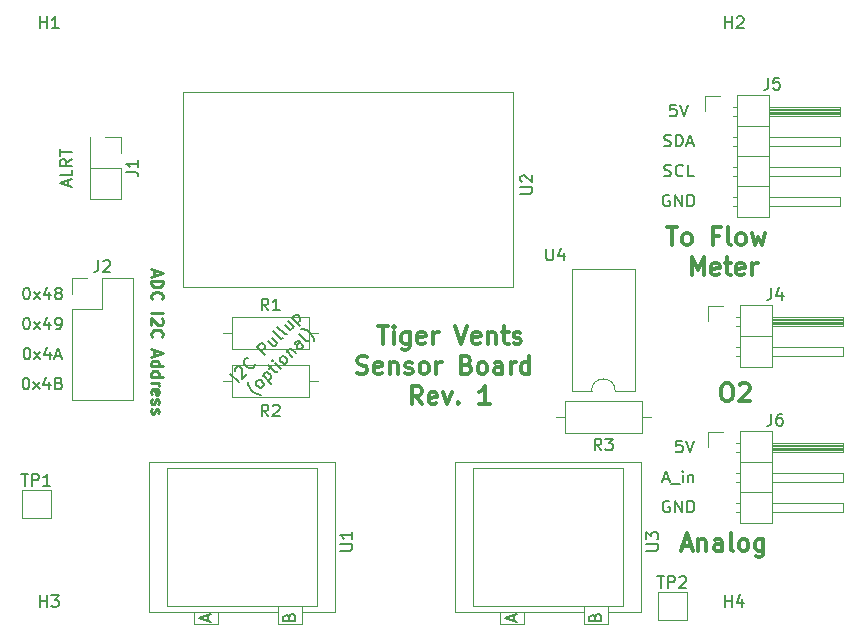
<source format=gto>
G04 #@! TF.GenerationSoftware,KiCad,Pcbnew,5.1.5+dfsg1-2~bpo10+1*
G04 #@! TF.CreationDate,2020-04-27T23:17:52+02:00*
G04 #@! TF.ProjectId,pressure-rev1,70726573-7375-4726-952d-726576312e6b,rev?*
G04 #@! TF.SameCoordinates,Original*
G04 #@! TF.FileFunction,Legend,Top*
G04 #@! TF.FilePolarity,Positive*
%FSLAX46Y46*%
G04 Gerber Fmt 4.6, Leading zero omitted, Abs format (unit mm)*
G04 Created by KiCad (PCBNEW 5.1.5+dfsg1-2~bpo10+1) date 2020-04-27 23:17:52*
%MOMM*%
%LPD*%
G04 APERTURE LIST*
%ADD10C,0.300000*%
%ADD11C,0.200000*%
%ADD12C,0.250000*%
%ADD13C,0.120000*%
%ADD14C,0.150000*%
G04 APERTURE END LIST*
D10*
X135727714Y-108708000D02*
X136442000Y-108708000D01*
X135584857Y-109136571D02*
X136084857Y-107636571D01*
X136584857Y-109136571D01*
X137084857Y-108136571D02*
X137084857Y-109136571D01*
X137084857Y-108279428D02*
X137156285Y-108208000D01*
X137299142Y-108136571D01*
X137513428Y-108136571D01*
X137656285Y-108208000D01*
X137727714Y-108350857D01*
X137727714Y-109136571D01*
X139084857Y-109136571D02*
X139084857Y-108350857D01*
X139013428Y-108208000D01*
X138870571Y-108136571D01*
X138584857Y-108136571D01*
X138442000Y-108208000D01*
X139084857Y-109065142D02*
X138942000Y-109136571D01*
X138584857Y-109136571D01*
X138442000Y-109065142D01*
X138370571Y-108922285D01*
X138370571Y-108779428D01*
X138442000Y-108636571D01*
X138584857Y-108565142D01*
X138942000Y-108565142D01*
X139084857Y-108493714D01*
X140013428Y-109136571D02*
X139870571Y-109065142D01*
X139799142Y-108922285D01*
X139799142Y-107636571D01*
X140799142Y-109136571D02*
X140656285Y-109065142D01*
X140584857Y-108993714D01*
X140513428Y-108850857D01*
X140513428Y-108422285D01*
X140584857Y-108279428D01*
X140656285Y-108208000D01*
X140799142Y-108136571D01*
X141013428Y-108136571D01*
X141156285Y-108208000D01*
X141227714Y-108279428D01*
X141299142Y-108422285D01*
X141299142Y-108850857D01*
X141227714Y-108993714D01*
X141156285Y-109065142D01*
X141013428Y-109136571D01*
X140799142Y-109136571D01*
X142584857Y-108136571D02*
X142584857Y-109350857D01*
X142513428Y-109493714D01*
X142442000Y-109565142D01*
X142299142Y-109636571D01*
X142084857Y-109636571D01*
X141942000Y-109565142D01*
X142584857Y-109065142D02*
X142442000Y-109136571D01*
X142156285Y-109136571D01*
X142013428Y-109065142D01*
X141942000Y-108993714D01*
X141870571Y-108850857D01*
X141870571Y-108422285D01*
X141942000Y-108279428D01*
X142013428Y-108208000D01*
X142156285Y-108136571D01*
X142442000Y-108136571D01*
X142584857Y-108208000D01*
D11*
X134072476Y-103036666D02*
X134548666Y-103036666D01*
X133977238Y-103322380D02*
X134310571Y-102322380D01*
X134643904Y-103322380D01*
X134739142Y-103417619D02*
X135501047Y-103417619D01*
X135739142Y-103322380D02*
X135739142Y-102655714D01*
X135739142Y-102322380D02*
X135691523Y-102370000D01*
X135739142Y-102417619D01*
X135786761Y-102370000D01*
X135739142Y-102322380D01*
X135739142Y-102417619D01*
X136215333Y-102655714D02*
X136215333Y-103322380D01*
X136215333Y-102750952D02*
X136262952Y-102703333D01*
X136358190Y-102655714D01*
X136501047Y-102655714D01*
X136596285Y-102703333D01*
X136643904Y-102798571D01*
X136643904Y-103322380D01*
X135699523Y-99782380D02*
X135223333Y-99782380D01*
X135175714Y-100258571D01*
X135223333Y-100210952D01*
X135318571Y-100163333D01*
X135556666Y-100163333D01*
X135651904Y-100210952D01*
X135699523Y-100258571D01*
X135747142Y-100353809D01*
X135747142Y-100591904D01*
X135699523Y-100687142D01*
X135651904Y-100734761D01*
X135556666Y-100782380D01*
X135318571Y-100782380D01*
X135223333Y-100734761D01*
X135175714Y-100687142D01*
X136032857Y-99782380D02*
X136366190Y-100782380D01*
X136699523Y-99782380D01*
X134620095Y-104910000D02*
X134524857Y-104862380D01*
X134382000Y-104862380D01*
X134239142Y-104910000D01*
X134143904Y-105005238D01*
X134096285Y-105100476D01*
X134048666Y-105290952D01*
X134048666Y-105433809D01*
X134096285Y-105624285D01*
X134143904Y-105719523D01*
X134239142Y-105814761D01*
X134382000Y-105862380D01*
X134477238Y-105862380D01*
X134620095Y-105814761D01*
X134667714Y-105767142D01*
X134667714Y-105433809D01*
X134477238Y-105433809D01*
X135096285Y-105862380D02*
X135096285Y-104862380D01*
X135667714Y-105862380D01*
X135667714Y-104862380D01*
X136143904Y-105862380D02*
X136143904Y-104862380D01*
X136382000Y-104862380D01*
X136524857Y-104910000D01*
X136620095Y-105005238D01*
X136667714Y-105100476D01*
X136715333Y-105290952D01*
X136715333Y-105433809D01*
X136667714Y-105624285D01*
X136620095Y-105719523D01*
X136524857Y-105814761D01*
X136382000Y-105862380D01*
X136143904Y-105862380D01*
D10*
X109935142Y-90100571D02*
X110792285Y-90100571D01*
X110363714Y-91600571D02*
X110363714Y-90100571D01*
X111292285Y-91600571D02*
X111292285Y-90600571D01*
X111292285Y-90100571D02*
X111220857Y-90172000D01*
X111292285Y-90243428D01*
X111363714Y-90172000D01*
X111292285Y-90100571D01*
X111292285Y-90243428D01*
X112649428Y-90600571D02*
X112649428Y-91814857D01*
X112578000Y-91957714D01*
X112506571Y-92029142D01*
X112363714Y-92100571D01*
X112149428Y-92100571D01*
X112006571Y-92029142D01*
X112649428Y-91529142D02*
X112506571Y-91600571D01*
X112220857Y-91600571D01*
X112078000Y-91529142D01*
X112006571Y-91457714D01*
X111935142Y-91314857D01*
X111935142Y-90886285D01*
X112006571Y-90743428D01*
X112078000Y-90672000D01*
X112220857Y-90600571D01*
X112506571Y-90600571D01*
X112649428Y-90672000D01*
X113935142Y-91529142D02*
X113792285Y-91600571D01*
X113506571Y-91600571D01*
X113363714Y-91529142D01*
X113292285Y-91386285D01*
X113292285Y-90814857D01*
X113363714Y-90672000D01*
X113506571Y-90600571D01*
X113792285Y-90600571D01*
X113935142Y-90672000D01*
X114006571Y-90814857D01*
X114006571Y-90957714D01*
X113292285Y-91100571D01*
X114649428Y-91600571D02*
X114649428Y-90600571D01*
X114649428Y-90886285D02*
X114720857Y-90743428D01*
X114792285Y-90672000D01*
X114935142Y-90600571D01*
X115078000Y-90600571D01*
X116506571Y-90100571D02*
X117006571Y-91600571D01*
X117506571Y-90100571D01*
X118578000Y-91529142D02*
X118435142Y-91600571D01*
X118149428Y-91600571D01*
X118006571Y-91529142D01*
X117935142Y-91386285D01*
X117935142Y-90814857D01*
X118006571Y-90672000D01*
X118149428Y-90600571D01*
X118435142Y-90600571D01*
X118578000Y-90672000D01*
X118649428Y-90814857D01*
X118649428Y-90957714D01*
X117935142Y-91100571D01*
X119292285Y-90600571D02*
X119292285Y-91600571D01*
X119292285Y-90743428D02*
X119363714Y-90672000D01*
X119506571Y-90600571D01*
X119720857Y-90600571D01*
X119863714Y-90672000D01*
X119935142Y-90814857D01*
X119935142Y-91600571D01*
X120435142Y-90600571D02*
X121006571Y-90600571D01*
X120649428Y-90100571D02*
X120649428Y-91386285D01*
X120720857Y-91529142D01*
X120863714Y-91600571D01*
X121006571Y-91600571D01*
X121435142Y-91529142D02*
X121578000Y-91600571D01*
X121863714Y-91600571D01*
X122006571Y-91529142D01*
X122078000Y-91386285D01*
X122078000Y-91314857D01*
X122006571Y-91172000D01*
X121863714Y-91100571D01*
X121649428Y-91100571D01*
X121506571Y-91029142D01*
X121435142Y-90886285D01*
X121435142Y-90814857D01*
X121506571Y-90672000D01*
X121649428Y-90600571D01*
X121863714Y-90600571D01*
X122006571Y-90672000D01*
X108185142Y-94079142D02*
X108399428Y-94150571D01*
X108756571Y-94150571D01*
X108899428Y-94079142D01*
X108970857Y-94007714D01*
X109042285Y-93864857D01*
X109042285Y-93722000D01*
X108970857Y-93579142D01*
X108899428Y-93507714D01*
X108756571Y-93436285D01*
X108470857Y-93364857D01*
X108328000Y-93293428D01*
X108256571Y-93222000D01*
X108185142Y-93079142D01*
X108185142Y-92936285D01*
X108256571Y-92793428D01*
X108328000Y-92722000D01*
X108470857Y-92650571D01*
X108828000Y-92650571D01*
X109042285Y-92722000D01*
X110256571Y-94079142D02*
X110113714Y-94150571D01*
X109828000Y-94150571D01*
X109685142Y-94079142D01*
X109613714Y-93936285D01*
X109613714Y-93364857D01*
X109685142Y-93222000D01*
X109828000Y-93150571D01*
X110113714Y-93150571D01*
X110256571Y-93222000D01*
X110328000Y-93364857D01*
X110328000Y-93507714D01*
X109613714Y-93650571D01*
X110970857Y-93150571D02*
X110970857Y-94150571D01*
X110970857Y-93293428D02*
X111042285Y-93222000D01*
X111185142Y-93150571D01*
X111399428Y-93150571D01*
X111542285Y-93222000D01*
X111613714Y-93364857D01*
X111613714Y-94150571D01*
X112256571Y-94079142D02*
X112399428Y-94150571D01*
X112685142Y-94150571D01*
X112828000Y-94079142D01*
X112899428Y-93936285D01*
X112899428Y-93864857D01*
X112828000Y-93722000D01*
X112685142Y-93650571D01*
X112470857Y-93650571D01*
X112328000Y-93579142D01*
X112256571Y-93436285D01*
X112256571Y-93364857D01*
X112328000Y-93222000D01*
X112470857Y-93150571D01*
X112685142Y-93150571D01*
X112828000Y-93222000D01*
X113756571Y-94150571D02*
X113613714Y-94079142D01*
X113542285Y-94007714D01*
X113470857Y-93864857D01*
X113470857Y-93436285D01*
X113542285Y-93293428D01*
X113613714Y-93222000D01*
X113756571Y-93150571D01*
X113970857Y-93150571D01*
X114113714Y-93222000D01*
X114185142Y-93293428D01*
X114256571Y-93436285D01*
X114256571Y-93864857D01*
X114185142Y-94007714D01*
X114113714Y-94079142D01*
X113970857Y-94150571D01*
X113756571Y-94150571D01*
X114899428Y-94150571D02*
X114899428Y-93150571D01*
X114899428Y-93436285D02*
X114970857Y-93293428D01*
X115042285Y-93222000D01*
X115185142Y-93150571D01*
X115328000Y-93150571D01*
X117470857Y-93364857D02*
X117685142Y-93436285D01*
X117756571Y-93507714D01*
X117828000Y-93650571D01*
X117828000Y-93864857D01*
X117756571Y-94007714D01*
X117685142Y-94079142D01*
X117542285Y-94150571D01*
X116970857Y-94150571D01*
X116970857Y-92650571D01*
X117470857Y-92650571D01*
X117613714Y-92722000D01*
X117685142Y-92793428D01*
X117756571Y-92936285D01*
X117756571Y-93079142D01*
X117685142Y-93222000D01*
X117613714Y-93293428D01*
X117470857Y-93364857D01*
X116970857Y-93364857D01*
X118685142Y-94150571D02*
X118542285Y-94079142D01*
X118470857Y-94007714D01*
X118399428Y-93864857D01*
X118399428Y-93436285D01*
X118470857Y-93293428D01*
X118542285Y-93222000D01*
X118685142Y-93150571D01*
X118899428Y-93150571D01*
X119042285Y-93222000D01*
X119113714Y-93293428D01*
X119185142Y-93436285D01*
X119185142Y-93864857D01*
X119113714Y-94007714D01*
X119042285Y-94079142D01*
X118899428Y-94150571D01*
X118685142Y-94150571D01*
X120470857Y-94150571D02*
X120470857Y-93364857D01*
X120399428Y-93222000D01*
X120256571Y-93150571D01*
X119970857Y-93150571D01*
X119828000Y-93222000D01*
X120470857Y-94079142D02*
X120328000Y-94150571D01*
X119970857Y-94150571D01*
X119828000Y-94079142D01*
X119756571Y-93936285D01*
X119756571Y-93793428D01*
X119828000Y-93650571D01*
X119970857Y-93579142D01*
X120328000Y-93579142D01*
X120470857Y-93507714D01*
X121185142Y-94150571D02*
X121185142Y-93150571D01*
X121185142Y-93436285D02*
X121256571Y-93293428D01*
X121328000Y-93222000D01*
X121470857Y-93150571D01*
X121613714Y-93150571D01*
X122756571Y-94150571D02*
X122756571Y-92650571D01*
X122756571Y-94079142D02*
X122613714Y-94150571D01*
X122328000Y-94150571D01*
X122185142Y-94079142D01*
X122113714Y-94007714D01*
X122042285Y-93864857D01*
X122042285Y-93436285D01*
X122113714Y-93293428D01*
X122185142Y-93222000D01*
X122328000Y-93150571D01*
X122613714Y-93150571D01*
X122756571Y-93222000D01*
X113685142Y-96700571D02*
X113185142Y-95986285D01*
X112828000Y-96700571D02*
X112828000Y-95200571D01*
X113399428Y-95200571D01*
X113542285Y-95272000D01*
X113613714Y-95343428D01*
X113685142Y-95486285D01*
X113685142Y-95700571D01*
X113613714Y-95843428D01*
X113542285Y-95914857D01*
X113399428Y-95986285D01*
X112828000Y-95986285D01*
X114899428Y-96629142D02*
X114756571Y-96700571D01*
X114470857Y-96700571D01*
X114328000Y-96629142D01*
X114256571Y-96486285D01*
X114256571Y-95914857D01*
X114328000Y-95772000D01*
X114470857Y-95700571D01*
X114756571Y-95700571D01*
X114899428Y-95772000D01*
X114970857Y-95914857D01*
X114970857Y-96057714D01*
X114256571Y-96200571D01*
X115470857Y-95700571D02*
X115828000Y-96700571D01*
X116185142Y-95700571D01*
X116756571Y-96557714D02*
X116828000Y-96629142D01*
X116756571Y-96700571D01*
X116685142Y-96629142D01*
X116756571Y-96557714D01*
X116756571Y-96700571D01*
X119399428Y-96700571D02*
X118542285Y-96700571D01*
X118970857Y-96700571D02*
X118970857Y-95200571D01*
X118828000Y-95414857D01*
X118685142Y-95557714D01*
X118542285Y-95629142D01*
X139350857Y-94936571D02*
X139636571Y-94936571D01*
X139779428Y-95008000D01*
X139922285Y-95150857D01*
X139993714Y-95436571D01*
X139993714Y-95936571D01*
X139922285Y-96222285D01*
X139779428Y-96365142D01*
X139636571Y-96436571D01*
X139350857Y-96436571D01*
X139208000Y-96365142D01*
X139065142Y-96222285D01*
X138993714Y-95936571D01*
X138993714Y-95436571D01*
X139065142Y-95150857D01*
X139208000Y-95008000D01*
X139350857Y-94936571D01*
X140565142Y-95079428D02*
X140636571Y-95008000D01*
X140779428Y-94936571D01*
X141136571Y-94936571D01*
X141279428Y-95008000D01*
X141350857Y-95079428D01*
X141422285Y-95222285D01*
X141422285Y-95365142D01*
X141350857Y-95579428D01*
X140493714Y-96436571D01*
X141422285Y-96436571D01*
D11*
X98167608Y-94818073D02*
X97460501Y-94110966D01*
X97830890Y-93875264D02*
X97830890Y-93807920D01*
X97864562Y-93706905D01*
X98032921Y-93538546D01*
X98133936Y-93504874D01*
X98201279Y-93504874D01*
X98302295Y-93538546D01*
X98369638Y-93605890D01*
X98436982Y-93740577D01*
X98436982Y-94548699D01*
X98874714Y-94110966D01*
X99514478Y-93336516D02*
X99514478Y-93403859D01*
X99447134Y-93538546D01*
X99379791Y-93605890D01*
X99245104Y-93673233D01*
X99110417Y-93673233D01*
X99009401Y-93639561D01*
X98841043Y-93538546D01*
X98740027Y-93437531D01*
X98639012Y-93269172D01*
X98605340Y-93168157D01*
X98605340Y-93033470D01*
X98672684Y-92898783D01*
X98740027Y-92831439D01*
X98874714Y-92764096D01*
X98942058Y-92764096D01*
X100423615Y-92562065D02*
X99716508Y-91854959D01*
X99985882Y-91585584D01*
X100086897Y-91551913D01*
X100154241Y-91551913D01*
X100255256Y-91585584D01*
X100356271Y-91686600D01*
X100389943Y-91787615D01*
X100389943Y-91854959D01*
X100356271Y-91955974D01*
X100086897Y-92225348D01*
X100962363Y-91080508D02*
X101433768Y-91551913D01*
X100659317Y-91383554D02*
X101029707Y-91753943D01*
X101130722Y-91787615D01*
X101231737Y-91753943D01*
X101332752Y-91652928D01*
X101366424Y-91551913D01*
X101366424Y-91484569D01*
X101871500Y-91114180D02*
X101770485Y-91147852D01*
X101669470Y-91114180D01*
X101063378Y-90508088D01*
X102241890Y-90743791D02*
X102140874Y-90777462D01*
X102039859Y-90743791D01*
X101433768Y-90137699D01*
X102342905Y-89699966D02*
X102814309Y-90171371D01*
X102039859Y-90003012D02*
X102410248Y-90373401D01*
X102511264Y-90407073D01*
X102612279Y-90373401D01*
X102713294Y-90272386D01*
X102746966Y-90171371D01*
X102746966Y-90104027D01*
X102679622Y-89363249D02*
X103386729Y-90070356D01*
X102713294Y-89396921D02*
X102746966Y-89295905D01*
X102881653Y-89161218D01*
X102982668Y-89127547D01*
X103050012Y-89127547D01*
X103151027Y-89161218D01*
X103353057Y-89363249D01*
X103386729Y-89464264D01*
X103386729Y-89531608D01*
X103353057Y-89632623D01*
X103218370Y-89767310D01*
X103117355Y-89800982D01*
X100026289Y-95902304D02*
X99958945Y-95902304D01*
X99790587Y-95868632D01*
X99689571Y-95834960D01*
X99554884Y-95767616D01*
X99352854Y-95632929D01*
X99218167Y-95498242D01*
X99083480Y-95296212D01*
X99016136Y-95161525D01*
X98982465Y-95060510D01*
X98948793Y-94892151D01*
X98948793Y-94824807D01*
X100127304Y-95262540D02*
X100026289Y-95296212D01*
X99958945Y-95296212D01*
X99857930Y-95262540D01*
X99655900Y-95060510D01*
X99622228Y-94959494D01*
X99622228Y-94892151D01*
X99655900Y-94791136D01*
X99756915Y-94690120D01*
X99857930Y-94656449D01*
X99925274Y-94656449D01*
X100026289Y-94690120D01*
X100228319Y-94892151D01*
X100261991Y-94993166D01*
X100261991Y-95060510D01*
X100228319Y-95161525D01*
X100127304Y-95262540D01*
X100194648Y-94252388D02*
X100901754Y-94959494D01*
X100228319Y-94286059D02*
X100261991Y-94185044D01*
X100396678Y-94050357D01*
X100497693Y-94016685D01*
X100565037Y-94016685D01*
X100666052Y-94050357D01*
X100868083Y-94252388D01*
X100901754Y-94353403D01*
X100901754Y-94420746D01*
X100868083Y-94521762D01*
X100733396Y-94656449D01*
X100632380Y-94690120D01*
X100733396Y-93713640D02*
X101002770Y-93444266D01*
X100598709Y-93376922D02*
X101204800Y-93983014D01*
X101305815Y-94016685D01*
X101406831Y-93983014D01*
X101474174Y-93915670D01*
X101709876Y-93679968D02*
X101238472Y-93208563D01*
X101002770Y-92972861D02*
X101002770Y-93040205D01*
X101070113Y-93040205D01*
X101070113Y-92972861D01*
X101002770Y-92972861D01*
X101070113Y-93040205D01*
X102147609Y-93242235D02*
X102046594Y-93275907D01*
X101979250Y-93275907D01*
X101878235Y-93242235D01*
X101676205Y-93040205D01*
X101642533Y-92939189D01*
X101642533Y-92871846D01*
X101676205Y-92770831D01*
X101777220Y-92669815D01*
X101878235Y-92636144D01*
X101945579Y-92636144D01*
X102046594Y-92669815D01*
X102248624Y-92871846D01*
X102282296Y-92972861D01*
X102282296Y-93040205D01*
X102248624Y-93141220D01*
X102147609Y-93242235D01*
X102214953Y-92232083D02*
X102686357Y-92703487D01*
X102282296Y-92299426D02*
X102282296Y-92232083D01*
X102315968Y-92131067D01*
X102416983Y-92030052D01*
X102517998Y-91996380D01*
X102619014Y-92030052D01*
X102989403Y-92400441D01*
X103629166Y-91760678D02*
X103258777Y-91390289D01*
X103157762Y-91356617D01*
X103056746Y-91390289D01*
X102922059Y-91524976D01*
X102888388Y-91625991D01*
X103595494Y-91727006D02*
X103561823Y-91828022D01*
X103393464Y-91996380D01*
X103292449Y-92030052D01*
X103191433Y-91996380D01*
X103124090Y-91929037D01*
X103090418Y-91828022D01*
X103124090Y-91727006D01*
X103292449Y-91558648D01*
X103326120Y-91457632D01*
X104066899Y-91322945D02*
X103965884Y-91356617D01*
X103864868Y-91322945D01*
X103258777Y-90716854D01*
X104538304Y-91390289D02*
X104538304Y-91322945D01*
X104504632Y-91154587D01*
X104470960Y-91053571D01*
X104403616Y-90918884D01*
X104268929Y-90716854D01*
X104134242Y-90582167D01*
X103932212Y-90447480D01*
X103797525Y-90380136D01*
X103696510Y-90346465D01*
X103528151Y-90312793D01*
X103460807Y-90312793D01*
X83732666Y-78231809D02*
X83732666Y-77755619D01*
X84018380Y-78327047D02*
X83018380Y-77993714D01*
X84018380Y-77660380D01*
X84018380Y-76850857D02*
X84018380Y-77327047D01*
X83018380Y-77327047D01*
X84018380Y-75946095D02*
X83542190Y-76279428D01*
X84018380Y-76517523D02*
X83018380Y-76517523D01*
X83018380Y-76136571D01*
X83066000Y-76041333D01*
X83113619Y-75993714D01*
X83208857Y-75946095D01*
X83351714Y-75946095D01*
X83446952Y-75993714D01*
X83494571Y-76041333D01*
X83542190Y-76136571D01*
X83542190Y-76517523D01*
X83018380Y-75660380D02*
X83018380Y-75088952D01*
X84018380Y-75374666D02*
X83018380Y-75374666D01*
D12*
X91019333Y-85344761D02*
X91019333Y-85820952D01*
X90733619Y-85249523D02*
X91733619Y-85582857D01*
X90733619Y-85916190D01*
X90733619Y-86249523D02*
X91733619Y-86249523D01*
X91733619Y-86487619D01*
X91686000Y-86630476D01*
X91590761Y-86725714D01*
X91495523Y-86773333D01*
X91305047Y-86820952D01*
X91162190Y-86820952D01*
X90971714Y-86773333D01*
X90876476Y-86725714D01*
X90781238Y-86630476D01*
X90733619Y-86487619D01*
X90733619Y-86249523D01*
X90828857Y-87820952D02*
X90781238Y-87773333D01*
X90733619Y-87630476D01*
X90733619Y-87535238D01*
X90781238Y-87392380D01*
X90876476Y-87297142D01*
X90971714Y-87249523D01*
X91162190Y-87201904D01*
X91305047Y-87201904D01*
X91495523Y-87249523D01*
X91590761Y-87297142D01*
X91686000Y-87392380D01*
X91733619Y-87535238D01*
X91733619Y-87630476D01*
X91686000Y-87773333D01*
X91638380Y-87820952D01*
X90733619Y-89011428D02*
X91733619Y-89011428D01*
X91638380Y-89440000D02*
X91686000Y-89487619D01*
X91733619Y-89582857D01*
X91733619Y-89820952D01*
X91686000Y-89916190D01*
X91638380Y-89963809D01*
X91543142Y-90011428D01*
X91447904Y-90011428D01*
X91305047Y-89963809D01*
X90733619Y-89392380D01*
X90733619Y-90011428D01*
X90828857Y-91011428D02*
X90781238Y-90963809D01*
X90733619Y-90820952D01*
X90733619Y-90725714D01*
X90781238Y-90582857D01*
X90876476Y-90487619D01*
X90971714Y-90440000D01*
X91162190Y-90392380D01*
X91305047Y-90392380D01*
X91495523Y-90440000D01*
X91590761Y-90487619D01*
X91686000Y-90582857D01*
X91733619Y-90725714D01*
X91733619Y-90820952D01*
X91686000Y-90963809D01*
X91638380Y-91011428D01*
X91019333Y-92154285D02*
X91019333Y-92630476D01*
X90733619Y-92059047D02*
X91733619Y-92392380D01*
X90733619Y-92725714D01*
X90733619Y-93487619D02*
X91733619Y-93487619D01*
X90781238Y-93487619D02*
X90733619Y-93392380D01*
X90733619Y-93201904D01*
X90781238Y-93106666D01*
X90828857Y-93059047D01*
X90924095Y-93011428D01*
X91209809Y-93011428D01*
X91305047Y-93059047D01*
X91352666Y-93106666D01*
X91400285Y-93201904D01*
X91400285Y-93392380D01*
X91352666Y-93487619D01*
X90733619Y-94392380D02*
X91733619Y-94392380D01*
X90781238Y-94392380D02*
X90733619Y-94297142D01*
X90733619Y-94106666D01*
X90781238Y-94011428D01*
X90828857Y-93963809D01*
X90924095Y-93916190D01*
X91209809Y-93916190D01*
X91305047Y-93963809D01*
X91352666Y-94011428D01*
X91400285Y-94106666D01*
X91400285Y-94297142D01*
X91352666Y-94392380D01*
X90733619Y-94868571D02*
X91400285Y-94868571D01*
X91209809Y-94868571D02*
X91305047Y-94916190D01*
X91352666Y-94963809D01*
X91400285Y-95059047D01*
X91400285Y-95154285D01*
X90781238Y-95868571D02*
X90733619Y-95773333D01*
X90733619Y-95582857D01*
X90781238Y-95487619D01*
X90876476Y-95440000D01*
X91257428Y-95440000D01*
X91352666Y-95487619D01*
X91400285Y-95582857D01*
X91400285Y-95773333D01*
X91352666Y-95868571D01*
X91257428Y-95916190D01*
X91162190Y-95916190D01*
X91066952Y-95440000D01*
X90781238Y-96297142D02*
X90733619Y-96392380D01*
X90733619Y-96582857D01*
X90781238Y-96678095D01*
X90876476Y-96725714D01*
X90924095Y-96725714D01*
X91019333Y-96678095D01*
X91066952Y-96582857D01*
X91066952Y-96440000D01*
X91114571Y-96344761D01*
X91209809Y-96297142D01*
X91257428Y-96297142D01*
X91352666Y-96344761D01*
X91400285Y-96440000D01*
X91400285Y-96582857D01*
X91352666Y-96678095D01*
X90781238Y-97106666D02*
X90733619Y-97201904D01*
X90733619Y-97392380D01*
X90781238Y-97487619D01*
X90876476Y-97535238D01*
X90924095Y-97535238D01*
X91019333Y-97487619D01*
X91066952Y-97392380D01*
X91066952Y-97249523D01*
X91114571Y-97154285D01*
X91209809Y-97106666D01*
X91257428Y-97106666D01*
X91352666Y-97154285D01*
X91400285Y-97249523D01*
X91400285Y-97392380D01*
X91352666Y-97487619D01*
D11*
X80176857Y-91908380D02*
X80272095Y-91908380D01*
X80367333Y-91956000D01*
X80414952Y-92003619D01*
X80462571Y-92098857D01*
X80510190Y-92289333D01*
X80510190Y-92527428D01*
X80462571Y-92717904D01*
X80414952Y-92813142D01*
X80367333Y-92860761D01*
X80272095Y-92908380D01*
X80176857Y-92908380D01*
X80081619Y-92860761D01*
X80034000Y-92813142D01*
X79986380Y-92717904D01*
X79938761Y-92527428D01*
X79938761Y-92289333D01*
X79986380Y-92098857D01*
X80034000Y-92003619D01*
X80081619Y-91956000D01*
X80176857Y-91908380D01*
X80843523Y-92908380D02*
X81367333Y-92241714D01*
X80843523Y-92241714D02*
X81367333Y-92908380D01*
X82176857Y-92241714D02*
X82176857Y-92908380D01*
X81938761Y-91860761D02*
X81700666Y-92575047D01*
X82319714Y-92575047D01*
X82653047Y-92622666D02*
X83129238Y-92622666D01*
X82557809Y-92908380D02*
X82891142Y-91908380D01*
X83224476Y-92908380D01*
X80105428Y-94448380D02*
X80200666Y-94448380D01*
X80295904Y-94496000D01*
X80343523Y-94543619D01*
X80391142Y-94638857D01*
X80438761Y-94829333D01*
X80438761Y-95067428D01*
X80391142Y-95257904D01*
X80343523Y-95353142D01*
X80295904Y-95400761D01*
X80200666Y-95448380D01*
X80105428Y-95448380D01*
X80010190Y-95400761D01*
X79962571Y-95353142D01*
X79914952Y-95257904D01*
X79867333Y-95067428D01*
X79867333Y-94829333D01*
X79914952Y-94638857D01*
X79962571Y-94543619D01*
X80010190Y-94496000D01*
X80105428Y-94448380D01*
X80772095Y-95448380D02*
X81295904Y-94781714D01*
X80772095Y-94781714D02*
X81295904Y-95448380D01*
X82105428Y-94781714D02*
X82105428Y-95448380D01*
X81867333Y-94400761D02*
X81629238Y-95115047D01*
X82248285Y-95115047D01*
X82962571Y-94924571D02*
X83105428Y-94972190D01*
X83153047Y-95019809D01*
X83200666Y-95115047D01*
X83200666Y-95257904D01*
X83153047Y-95353142D01*
X83105428Y-95400761D01*
X83010190Y-95448380D01*
X82629238Y-95448380D01*
X82629238Y-94448380D01*
X82962571Y-94448380D01*
X83057809Y-94496000D01*
X83105428Y-94543619D01*
X83153047Y-94638857D01*
X83153047Y-94734095D01*
X83105428Y-94829333D01*
X83057809Y-94876952D01*
X82962571Y-94924571D01*
X82629238Y-94924571D01*
X80129238Y-89368380D02*
X80224476Y-89368380D01*
X80319714Y-89416000D01*
X80367333Y-89463619D01*
X80414952Y-89558857D01*
X80462571Y-89749333D01*
X80462571Y-89987428D01*
X80414952Y-90177904D01*
X80367333Y-90273142D01*
X80319714Y-90320761D01*
X80224476Y-90368380D01*
X80129238Y-90368380D01*
X80034000Y-90320761D01*
X79986380Y-90273142D01*
X79938761Y-90177904D01*
X79891142Y-89987428D01*
X79891142Y-89749333D01*
X79938761Y-89558857D01*
X79986380Y-89463619D01*
X80034000Y-89416000D01*
X80129238Y-89368380D01*
X80795904Y-90368380D02*
X81319714Y-89701714D01*
X80795904Y-89701714D02*
X81319714Y-90368380D01*
X82129238Y-89701714D02*
X82129238Y-90368380D01*
X81891142Y-89320761D02*
X81653047Y-90035047D01*
X82272095Y-90035047D01*
X82700666Y-90368380D02*
X82891142Y-90368380D01*
X82986380Y-90320761D01*
X83034000Y-90273142D01*
X83129238Y-90130285D01*
X83176857Y-89939809D01*
X83176857Y-89558857D01*
X83129238Y-89463619D01*
X83081619Y-89416000D01*
X82986380Y-89368380D01*
X82795904Y-89368380D01*
X82700666Y-89416000D01*
X82653047Y-89463619D01*
X82605428Y-89558857D01*
X82605428Y-89796952D01*
X82653047Y-89892190D01*
X82700666Y-89939809D01*
X82795904Y-89987428D01*
X82986380Y-89987428D01*
X83081619Y-89939809D01*
X83129238Y-89892190D01*
X83176857Y-89796952D01*
X80129238Y-86828380D02*
X80224476Y-86828380D01*
X80319714Y-86876000D01*
X80367333Y-86923619D01*
X80414952Y-87018857D01*
X80462571Y-87209333D01*
X80462571Y-87447428D01*
X80414952Y-87637904D01*
X80367333Y-87733142D01*
X80319714Y-87780761D01*
X80224476Y-87828380D01*
X80129238Y-87828380D01*
X80034000Y-87780761D01*
X79986380Y-87733142D01*
X79938761Y-87637904D01*
X79891142Y-87447428D01*
X79891142Y-87209333D01*
X79938761Y-87018857D01*
X79986380Y-86923619D01*
X80034000Y-86876000D01*
X80129238Y-86828380D01*
X80795904Y-87828380D02*
X81319714Y-87161714D01*
X80795904Y-87161714D02*
X81319714Y-87828380D01*
X82129238Y-87161714D02*
X82129238Y-87828380D01*
X81891142Y-86780761D02*
X81653047Y-87495047D01*
X82272095Y-87495047D01*
X82795904Y-87256952D02*
X82700666Y-87209333D01*
X82653047Y-87161714D01*
X82605428Y-87066476D01*
X82605428Y-87018857D01*
X82653047Y-86923619D01*
X82700666Y-86876000D01*
X82795904Y-86828380D01*
X82986380Y-86828380D01*
X83081619Y-86876000D01*
X83129238Y-86923619D01*
X83176857Y-87018857D01*
X83176857Y-87066476D01*
X83129238Y-87161714D01*
X83081619Y-87209333D01*
X82986380Y-87256952D01*
X82795904Y-87256952D01*
X82700666Y-87304571D01*
X82653047Y-87352190D01*
X82605428Y-87447428D01*
X82605428Y-87637904D01*
X82653047Y-87733142D01*
X82700666Y-87780761D01*
X82795904Y-87828380D01*
X82986380Y-87828380D01*
X83081619Y-87780761D01*
X83129238Y-87733142D01*
X83176857Y-87637904D01*
X83176857Y-87447428D01*
X83129238Y-87352190D01*
X83081619Y-87304571D01*
X82986380Y-87256952D01*
X134620095Y-79002000D02*
X134524857Y-78954380D01*
X134382000Y-78954380D01*
X134239142Y-79002000D01*
X134143904Y-79097238D01*
X134096285Y-79192476D01*
X134048666Y-79382952D01*
X134048666Y-79525809D01*
X134096285Y-79716285D01*
X134143904Y-79811523D01*
X134239142Y-79906761D01*
X134382000Y-79954380D01*
X134477238Y-79954380D01*
X134620095Y-79906761D01*
X134667714Y-79859142D01*
X134667714Y-79525809D01*
X134477238Y-79525809D01*
X135096285Y-79954380D02*
X135096285Y-78954380D01*
X135667714Y-79954380D01*
X135667714Y-78954380D01*
X136143904Y-79954380D02*
X136143904Y-78954380D01*
X136382000Y-78954380D01*
X136524857Y-79002000D01*
X136620095Y-79097238D01*
X136667714Y-79192476D01*
X136715333Y-79382952D01*
X136715333Y-79525809D01*
X136667714Y-79716285D01*
X136620095Y-79811523D01*
X136524857Y-79906761D01*
X136382000Y-79954380D01*
X136143904Y-79954380D01*
X134191523Y-77366761D02*
X134334380Y-77414380D01*
X134572476Y-77414380D01*
X134667714Y-77366761D01*
X134715333Y-77319142D01*
X134762952Y-77223904D01*
X134762952Y-77128666D01*
X134715333Y-77033428D01*
X134667714Y-76985809D01*
X134572476Y-76938190D01*
X134382000Y-76890571D01*
X134286761Y-76842952D01*
X134239142Y-76795333D01*
X134191523Y-76700095D01*
X134191523Y-76604857D01*
X134239142Y-76509619D01*
X134286761Y-76462000D01*
X134382000Y-76414380D01*
X134620095Y-76414380D01*
X134762952Y-76462000D01*
X135762952Y-77319142D02*
X135715333Y-77366761D01*
X135572476Y-77414380D01*
X135477238Y-77414380D01*
X135334380Y-77366761D01*
X135239142Y-77271523D01*
X135191523Y-77176285D01*
X135143904Y-76985809D01*
X135143904Y-76842952D01*
X135191523Y-76652476D01*
X135239142Y-76557238D01*
X135334380Y-76462000D01*
X135477238Y-76414380D01*
X135572476Y-76414380D01*
X135715333Y-76462000D01*
X135762952Y-76509619D01*
X136667714Y-77414380D02*
X136191523Y-77414380D01*
X136191523Y-76414380D01*
X134167714Y-74826761D02*
X134310571Y-74874380D01*
X134548666Y-74874380D01*
X134643904Y-74826761D01*
X134691523Y-74779142D01*
X134739142Y-74683904D01*
X134739142Y-74588666D01*
X134691523Y-74493428D01*
X134643904Y-74445809D01*
X134548666Y-74398190D01*
X134358190Y-74350571D01*
X134262952Y-74302952D01*
X134215333Y-74255333D01*
X134167714Y-74160095D01*
X134167714Y-74064857D01*
X134215333Y-73969619D01*
X134262952Y-73922000D01*
X134358190Y-73874380D01*
X134596285Y-73874380D01*
X134739142Y-73922000D01*
X135167714Y-74874380D02*
X135167714Y-73874380D01*
X135405809Y-73874380D01*
X135548666Y-73922000D01*
X135643904Y-74017238D01*
X135691523Y-74112476D01*
X135739142Y-74302952D01*
X135739142Y-74445809D01*
X135691523Y-74636285D01*
X135643904Y-74731523D01*
X135548666Y-74826761D01*
X135405809Y-74874380D01*
X135167714Y-74874380D01*
X136120095Y-74588666D02*
X136596285Y-74588666D01*
X136024857Y-74874380D02*
X136358190Y-73874380D01*
X136691523Y-74874380D01*
X135191523Y-71334380D02*
X134715333Y-71334380D01*
X134667714Y-71810571D01*
X134715333Y-71762952D01*
X134810571Y-71715333D01*
X135048666Y-71715333D01*
X135143904Y-71762952D01*
X135191523Y-71810571D01*
X135239142Y-71905809D01*
X135239142Y-72143904D01*
X135191523Y-72239142D01*
X135143904Y-72286761D01*
X135048666Y-72334380D01*
X134810571Y-72334380D01*
X134715333Y-72286761D01*
X134667714Y-72239142D01*
X135524857Y-71334380D02*
X135858190Y-72334380D01*
X136191523Y-71334380D01*
D10*
X134442000Y-81723571D02*
X135299142Y-81723571D01*
X134870571Y-83223571D02*
X134870571Y-81723571D01*
X136013428Y-83223571D02*
X135870571Y-83152142D01*
X135799142Y-83080714D01*
X135727714Y-82937857D01*
X135727714Y-82509285D01*
X135799142Y-82366428D01*
X135870571Y-82295000D01*
X136013428Y-82223571D01*
X136227714Y-82223571D01*
X136370571Y-82295000D01*
X136442000Y-82366428D01*
X136513428Y-82509285D01*
X136513428Y-82937857D01*
X136442000Y-83080714D01*
X136370571Y-83152142D01*
X136227714Y-83223571D01*
X136013428Y-83223571D01*
X138799142Y-82437857D02*
X138299142Y-82437857D01*
X138299142Y-83223571D02*
X138299142Y-81723571D01*
X139013428Y-81723571D01*
X139799142Y-83223571D02*
X139656285Y-83152142D01*
X139584857Y-83009285D01*
X139584857Y-81723571D01*
X140584857Y-83223571D02*
X140442000Y-83152142D01*
X140370571Y-83080714D01*
X140299142Y-82937857D01*
X140299142Y-82509285D01*
X140370571Y-82366428D01*
X140442000Y-82295000D01*
X140584857Y-82223571D01*
X140799142Y-82223571D01*
X140942000Y-82295000D01*
X141013428Y-82366428D01*
X141084857Y-82509285D01*
X141084857Y-82937857D01*
X141013428Y-83080714D01*
X140942000Y-83152142D01*
X140799142Y-83223571D01*
X140584857Y-83223571D01*
X141584857Y-82223571D02*
X141870571Y-83223571D01*
X142156285Y-82509285D01*
X142442000Y-83223571D01*
X142727714Y-82223571D01*
X136513428Y-85773571D02*
X136513428Y-84273571D01*
X137013428Y-85345000D01*
X137513428Y-84273571D01*
X137513428Y-85773571D01*
X138799142Y-85702142D02*
X138656285Y-85773571D01*
X138370571Y-85773571D01*
X138227714Y-85702142D01*
X138156285Y-85559285D01*
X138156285Y-84987857D01*
X138227714Y-84845000D01*
X138370571Y-84773571D01*
X138656285Y-84773571D01*
X138799142Y-84845000D01*
X138870571Y-84987857D01*
X138870571Y-85130714D01*
X138156285Y-85273571D01*
X139299142Y-84773571D02*
X139870571Y-84773571D01*
X139513428Y-84273571D02*
X139513428Y-85559285D01*
X139584857Y-85702142D01*
X139727714Y-85773571D01*
X139870571Y-85773571D01*
X140942000Y-85702142D02*
X140799142Y-85773571D01*
X140513428Y-85773571D01*
X140370571Y-85702142D01*
X140299142Y-85559285D01*
X140299142Y-84987857D01*
X140370571Y-84845000D01*
X140513428Y-84773571D01*
X140799142Y-84773571D01*
X140942000Y-84845000D01*
X141013428Y-84987857D01*
X141013428Y-85130714D01*
X140299142Y-85273571D01*
X141656285Y-85773571D02*
X141656285Y-84773571D01*
X141656285Y-85059285D02*
X141727714Y-84916428D01*
X141799142Y-84845000D01*
X141942000Y-84773571D01*
X142084857Y-84773571D01*
D13*
X93472000Y-84836000D02*
X93472000Y-70231000D01*
X93472000Y-70231000D02*
X121412000Y-70231000D01*
X121412000Y-70231000D02*
X121412000Y-86741000D01*
X121412000Y-86741000D02*
X93472000Y-86741000D01*
X93472000Y-86741000D02*
X93472000Y-84836000D01*
X85538000Y-74108000D02*
X85538000Y-79308000D01*
X85598000Y-74108000D02*
X85538000Y-74108000D01*
X88198000Y-79308000D02*
X85538000Y-79308000D01*
X85598000Y-74108000D02*
X85598000Y-76708000D01*
X85598000Y-76708000D02*
X88198000Y-76708000D01*
X88198000Y-76708000D02*
X88198000Y-79308000D01*
X86868000Y-74108000D02*
X88198000Y-74108000D01*
X88198000Y-74108000D02*
X88198000Y-75438000D01*
X84014000Y-96326000D02*
X89214000Y-96326000D01*
X84014000Y-88646000D02*
X84014000Y-96326000D01*
X89214000Y-86046000D02*
X89214000Y-96326000D01*
X84014000Y-88646000D02*
X86614000Y-88646000D01*
X86614000Y-88646000D02*
X86614000Y-86046000D01*
X86614000Y-86046000D02*
X89214000Y-86046000D01*
X84014000Y-87376000D02*
X84014000Y-86046000D01*
X84014000Y-86046000D02*
X85344000Y-86046000D01*
X140632000Y-88332000D02*
X140632000Y-93532000D01*
X140632000Y-93532000D02*
X143292000Y-93532000D01*
X143292000Y-93532000D02*
X143292000Y-88332000D01*
X143292000Y-88332000D02*
X140632000Y-88332000D01*
X143292000Y-89282000D02*
X149292000Y-89282000D01*
X149292000Y-89282000D02*
X149292000Y-90042000D01*
X149292000Y-90042000D02*
X143292000Y-90042000D01*
X143292000Y-89342000D02*
X149292000Y-89342000D01*
X143292000Y-89462000D02*
X149292000Y-89462000D01*
X143292000Y-89582000D02*
X149292000Y-89582000D01*
X143292000Y-89702000D02*
X149292000Y-89702000D01*
X143292000Y-89822000D02*
X149292000Y-89822000D01*
X143292000Y-89942000D02*
X149292000Y-89942000D01*
X140302000Y-89282000D02*
X140632000Y-89282000D01*
X140302000Y-90042000D02*
X140632000Y-90042000D01*
X140632000Y-90932000D02*
X143292000Y-90932000D01*
X143292000Y-91822000D02*
X149292000Y-91822000D01*
X149292000Y-91822000D02*
X149292000Y-92582000D01*
X149292000Y-92582000D02*
X143292000Y-92582000D01*
X140234929Y-91822000D02*
X140632000Y-91822000D01*
X140234929Y-92582000D02*
X140632000Y-92582000D01*
X137922000Y-89662000D02*
X137922000Y-88392000D01*
X137922000Y-88392000D02*
X139192000Y-88392000D01*
X90551000Y-101600000D02*
X90551000Y-114300000D01*
X106299000Y-114300000D02*
X106299000Y-101600000D01*
X106299000Y-101600000D02*
X90551000Y-101600000D01*
X92075000Y-102108000D02*
X92075000Y-113792000D01*
X92075000Y-113792000D02*
X104775000Y-113792000D01*
X104775000Y-113792000D02*
X104775000Y-102108000D01*
X104775000Y-102108000D02*
X92075000Y-102108000D01*
X103505000Y-113792000D02*
X103505000Y-115316000D01*
X103505000Y-115316000D02*
X101473000Y-115316000D01*
X101473000Y-115316000D02*
X101473000Y-113792000D01*
X96393000Y-114300000D02*
X96393000Y-115316000D01*
X96393000Y-115316000D02*
X94361000Y-115316000D01*
X94361000Y-115316000D02*
X94361000Y-114300000D01*
X106299000Y-114300000D02*
X103505000Y-114300000D01*
X101473000Y-114300000D02*
X90551000Y-114300000D01*
X127381000Y-114300000D02*
X116459000Y-114300000D01*
X132207000Y-114300000D02*
X129413000Y-114300000D01*
X120269000Y-115316000D02*
X120269000Y-114300000D01*
X122301000Y-115316000D02*
X120269000Y-115316000D01*
X122301000Y-114300000D02*
X122301000Y-115316000D01*
X127381000Y-115316000D02*
X127381000Y-113792000D01*
X129413000Y-115316000D02*
X127381000Y-115316000D01*
X129413000Y-113792000D02*
X129413000Y-115316000D01*
X130683000Y-102108000D02*
X117983000Y-102108000D01*
X130683000Y-113792000D02*
X130683000Y-102108000D01*
X117983000Y-113792000D02*
X130683000Y-113792000D01*
X117983000Y-102108000D02*
X117983000Y-113792000D01*
X132207000Y-101600000D02*
X116459000Y-101600000D01*
X132207000Y-114300000D02*
X132207000Y-101600000D01*
X116459000Y-101600000D02*
X116459000Y-114300000D01*
X79826000Y-103956000D02*
X82226000Y-103956000D01*
X82226000Y-103956000D02*
X82226000Y-106356000D01*
X82226000Y-106356000D02*
X79826000Y-106356000D01*
X79826000Y-106356000D02*
X79826000Y-103956000D01*
X133674000Y-114992000D02*
X133674000Y-112592000D01*
X136074000Y-114992000D02*
X133674000Y-114992000D01*
X136074000Y-112592000D02*
X136074000Y-114992000D01*
X133674000Y-112592000D02*
X136074000Y-112592000D01*
X140378000Y-70552000D02*
X140378000Y-80832000D01*
X140378000Y-80832000D02*
X143038000Y-80832000D01*
X143038000Y-80832000D02*
X143038000Y-70552000D01*
X143038000Y-70552000D02*
X140378000Y-70552000D01*
X143038000Y-71502000D02*
X149038000Y-71502000D01*
X149038000Y-71502000D02*
X149038000Y-72262000D01*
X149038000Y-72262000D02*
X143038000Y-72262000D01*
X143038000Y-71562000D02*
X149038000Y-71562000D01*
X143038000Y-71682000D02*
X149038000Y-71682000D01*
X143038000Y-71802000D02*
X149038000Y-71802000D01*
X143038000Y-71922000D02*
X149038000Y-71922000D01*
X143038000Y-72042000D02*
X149038000Y-72042000D01*
X143038000Y-72162000D02*
X149038000Y-72162000D01*
X140048000Y-71502000D02*
X140378000Y-71502000D01*
X140048000Y-72262000D02*
X140378000Y-72262000D01*
X140378000Y-73152000D02*
X143038000Y-73152000D01*
X143038000Y-74042000D02*
X149038000Y-74042000D01*
X149038000Y-74042000D02*
X149038000Y-74802000D01*
X149038000Y-74802000D02*
X143038000Y-74802000D01*
X139980929Y-74042000D02*
X140378000Y-74042000D01*
X139980929Y-74802000D02*
X140378000Y-74802000D01*
X140378000Y-75692000D02*
X143038000Y-75692000D01*
X143038000Y-76582000D02*
X149038000Y-76582000D01*
X149038000Y-76582000D02*
X149038000Y-77342000D01*
X149038000Y-77342000D02*
X143038000Y-77342000D01*
X139980929Y-76582000D02*
X140378000Y-76582000D01*
X139980929Y-77342000D02*
X140378000Y-77342000D01*
X140378000Y-78232000D02*
X143038000Y-78232000D01*
X143038000Y-79122000D02*
X149038000Y-79122000D01*
X149038000Y-79122000D02*
X149038000Y-79882000D01*
X149038000Y-79882000D02*
X143038000Y-79882000D01*
X139980929Y-79122000D02*
X140378000Y-79122000D01*
X139980929Y-79882000D02*
X140378000Y-79882000D01*
X137668000Y-71882000D02*
X137668000Y-70612000D01*
X137668000Y-70612000D02*
X138938000Y-70612000D01*
X97568000Y-89308000D02*
X97568000Y-92048000D01*
X97568000Y-92048000D02*
X104108000Y-92048000D01*
X104108000Y-92048000D02*
X104108000Y-89308000D01*
X104108000Y-89308000D02*
X97568000Y-89308000D01*
X96798000Y-90678000D02*
X97568000Y-90678000D01*
X104878000Y-90678000D02*
X104108000Y-90678000D01*
X104878000Y-94742000D02*
X104108000Y-94742000D01*
X96798000Y-94742000D02*
X97568000Y-94742000D01*
X104108000Y-93372000D02*
X97568000Y-93372000D01*
X104108000Y-96112000D02*
X104108000Y-93372000D01*
X97568000Y-96112000D02*
X104108000Y-96112000D01*
X97568000Y-93372000D02*
X97568000Y-96112000D01*
X132302000Y-99160000D02*
X132302000Y-96420000D01*
X132302000Y-96420000D02*
X125762000Y-96420000D01*
X125762000Y-96420000D02*
X125762000Y-99160000D01*
X125762000Y-99160000D02*
X132302000Y-99160000D01*
X133072000Y-97790000D02*
X132302000Y-97790000D01*
X124992000Y-97790000D02*
X125762000Y-97790000D01*
X128032000Y-95564000D02*
G75*
G02X130032000Y-95564000I1000000J0D01*
G01*
X130032000Y-95564000D02*
X131682000Y-95564000D01*
X131682000Y-95564000D02*
X131682000Y-85284000D01*
X131682000Y-85284000D02*
X126382000Y-85284000D01*
X126382000Y-85284000D02*
X126382000Y-95564000D01*
X126382000Y-95564000D02*
X128032000Y-95564000D01*
X140632000Y-99000000D02*
X140632000Y-106740000D01*
X140632000Y-106740000D02*
X143292000Y-106740000D01*
X143292000Y-106740000D02*
X143292000Y-99000000D01*
X143292000Y-99000000D02*
X140632000Y-99000000D01*
X143292000Y-99950000D02*
X149292000Y-99950000D01*
X149292000Y-99950000D02*
X149292000Y-100710000D01*
X149292000Y-100710000D02*
X143292000Y-100710000D01*
X143292000Y-100010000D02*
X149292000Y-100010000D01*
X143292000Y-100130000D02*
X149292000Y-100130000D01*
X143292000Y-100250000D02*
X149292000Y-100250000D01*
X143292000Y-100370000D02*
X149292000Y-100370000D01*
X143292000Y-100490000D02*
X149292000Y-100490000D01*
X143292000Y-100610000D02*
X149292000Y-100610000D01*
X140302000Y-99950000D02*
X140632000Y-99950000D01*
X140302000Y-100710000D02*
X140632000Y-100710000D01*
X140632000Y-101600000D02*
X143292000Y-101600000D01*
X143292000Y-102490000D02*
X149292000Y-102490000D01*
X149292000Y-102490000D02*
X149292000Y-103250000D01*
X149292000Y-103250000D02*
X143292000Y-103250000D01*
X140234929Y-102490000D02*
X140632000Y-102490000D01*
X140234929Y-103250000D02*
X140632000Y-103250000D01*
X140632000Y-104140000D02*
X143292000Y-104140000D01*
X143292000Y-105030000D02*
X149292000Y-105030000D01*
X149292000Y-105030000D02*
X149292000Y-105790000D01*
X149292000Y-105790000D02*
X143292000Y-105790000D01*
X140234929Y-105030000D02*
X140632000Y-105030000D01*
X140234929Y-105790000D02*
X140632000Y-105790000D01*
X137922000Y-100330000D02*
X137922000Y-99060000D01*
X137922000Y-99060000D02*
X139192000Y-99060000D01*
D14*
X122007380Y-78866904D02*
X122816904Y-78866904D01*
X122912142Y-78819285D01*
X122959761Y-78771666D01*
X123007380Y-78676428D01*
X123007380Y-78485952D01*
X122959761Y-78390714D01*
X122912142Y-78343095D01*
X122816904Y-78295476D01*
X122007380Y-78295476D01*
X122102619Y-77866904D02*
X122055000Y-77819285D01*
X122007380Y-77724047D01*
X122007380Y-77485952D01*
X122055000Y-77390714D01*
X122102619Y-77343095D01*
X122197857Y-77295476D01*
X122293095Y-77295476D01*
X122435952Y-77343095D01*
X123007380Y-77914523D01*
X123007380Y-77295476D01*
X81338095Y-64852380D02*
X81338095Y-63852380D01*
X81338095Y-64328571D02*
X81909523Y-64328571D01*
X81909523Y-64852380D02*
X81909523Y-63852380D01*
X82909523Y-64852380D02*
X82338095Y-64852380D01*
X82623809Y-64852380D02*
X82623809Y-63852380D01*
X82528571Y-63995238D01*
X82433333Y-64090476D01*
X82338095Y-64138095D01*
X139338095Y-64872380D02*
X139338095Y-63872380D01*
X139338095Y-64348571D02*
X139909523Y-64348571D01*
X139909523Y-64872380D02*
X139909523Y-63872380D01*
X140338095Y-63967619D02*
X140385714Y-63920000D01*
X140480952Y-63872380D01*
X140719047Y-63872380D01*
X140814285Y-63920000D01*
X140861904Y-63967619D01*
X140909523Y-64062857D01*
X140909523Y-64158095D01*
X140861904Y-64300952D01*
X140290476Y-64872380D01*
X140909523Y-64872380D01*
X81338095Y-113862380D02*
X81338095Y-112862380D01*
X81338095Y-113338571D02*
X81909523Y-113338571D01*
X81909523Y-113862380D02*
X81909523Y-112862380D01*
X82290476Y-112862380D02*
X82909523Y-112862380D01*
X82576190Y-113243333D01*
X82719047Y-113243333D01*
X82814285Y-113290952D01*
X82861904Y-113338571D01*
X82909523Y-113433809D01*
X82909523Y-113671904D01*
X82861904Y-113767142D01*
X82814285Y-113814761D01*
X82719047Y-113862380D01*
X82433333Y-113862380D01*
X82338095Y-113814761D01*
X82290476Y-113767142D01*
X139328095Y-113852380D02*
X139328095Y-112852380D01*
X139328095Y-113328571D02*
X139899523Y-113328571D01*
X139899523Y-113852380D02*
X139899523Y-112852380D01*
X140804285Y-113185714D02*
X140804285Y-113852380D01*
X140566190Y-112804761D02*
X140328095Y-113519047D01*
X140947142Y-113519047D01*
X88650380Y-77041333D02*
X89364666Y-77041333D01*
X89507523Y-77088952D01*
X89602761Y-77184190D01*
X89650380Y-77327047D01*
X89650380Y-77422285D01*
X89650380Y-76041333D02*
X89650380Y-76612761D01*
X89650380Y-76327047D02*
X88650380Y-76327047D01*
X88793238Y-76422285D01*
X88888476Y-76517523D01*
X88936095Y-76612761D01*
X86280666Y-84498380D02*
X86280666Y-85212666D01*
X86233047Y-85355523D01*
X86137809Y-85450761D01*
X85994952Y-85498380D01*
X85899714Y-85498380D01*
X86709238Y-84593619D02*
X86756857Y-84546000D01*
X86852095Y-84498380D01*
X87090190Y-84498380D01*
X87185428Y-84546000D01*
X87233047Y-84593619D01*
X87280666Y-84688857D01*
X87280666Y-84784095D01*
X87233047Y-84926952D01*
X86661619Y-85498380D01*
X87280666Y-85498380D01*
X143243666Y-86844380D02*
X143243666Y-87558666D01*
X143196047Y-87701523D01*
X143100809Y-87796761D01*
X142957952Y-87844380D01*
X142862714Y-87844380D01*
X144148428Y-87177714D02*
X144148428Y-87844380D01*
X143910333Y-86796761D02*
X143672238Y-87511047D01*
X144291285Y-87511047D01*
X106767380Y-109092904D02*
X107576904Y-109092904D01*
X107672142Y-109045285D01*
X107719761Y-108997666D01*
X107767380Y-108902428D01*
X107767380Y-108711952D01*
X107719761Y-108616714D01*
X107672142Y-108569095D01*
X107576904Y-108521476D01*
X106767380Y-108521476D01*
X107767380Y-107521476D02*
X107767380Y-108092904D01*
X107767380Y-107807190D02*
X106767380Y-107807190D01*
X106910238Y-107902428D01*
X107005476Y-107997666D01*
X107053095Y-108092904D01*
X95543666Y-115046095D02*
X95543666Y-114569904D01*
X95829380Y-115141333D02*
X94829380Y-114808000D01*
X95829380Y-114474666D01*
X102417571Y-114736571D02*
X102465190Y-114593714D01*
X102512809Y-114546095D01*
X102608047Y-114498476D01*
X102750904Y-114498476D01*
X102846142Y-114546095D01*
X102893761Y-114593714D01*
X102941380Y-114688952D01*
X102941380Y-115069904D01*
X101941380Y-115069904D01*
X101941380Y-114736571D01*
X101989000Y-114641333D01*
X102036619Y-114593714D01*
X102131857Y-114546095D01*
X102227095Y-114546095D01*
X102322333Y-114593714D01*
X102369952Y-114641333D01*
X102417571Y-114736571D01*
X102417571Y-115069904D01*
X132675380Y-109092904D02*
X133484904Y-109092904D01*
X133580142Y-109045285D01*
X133627761Y-108997666D01*
X133675380Y-108902428D01*
X133675380Y-108711952D01*
X133627761Y-108616714D01*
X133580142Y-108569095D01*
X133484904Y-108521476D01*
X132675380Y-108521476D01*
X132675380Y-108140523D02*
X132675380Y-107521476D01*
X133056333Y-107854809D01*
X133056333Y-107711952D01*
X133103952Y-107616714D01*
X133151571Y-107569095D01*
X133246809Y-107521476D01*
X133484904Y-107521476D01*
X133580142Y-107569095D01*
X133627761Y-107616714D01*
X133675380Y-107711952D01*
X133675380Y-107997666D01*
X133627761Y-108092904D01*
X133580142Y-108140523D01*
X128325571Y-114736571D02*
X128373190Y-114593714D01*
X128420809Y-114546095D01*
X128516047Y-114498476D01*
X128658904Y-114498476D01*
X128754142Y-114546095D01*
X128801761Y-114593714D01*
X128849380Y-114688952D01*
X128849380Y-115069904D01*
X127849380Y-115069904D01*
X127849380Y-114736571D01*
X127897000Y-114641333D01*
X127944619Y-114593714D01*
X128039857Y-114546095D01*
X128135095Y-114546095D01*
X128230333Y-114593714D01*
X128277952Y-114641333D01*
X128325571Y-114736571D01*
X128325571Y-115069904D01*
X121451666Y-115046095D02*
X121451666Y-114569904D01*
X121737380Y-115141333D02*
X120737380Y-114808000D01*
X121737380Y-114474666D01*
X79764095Y-102610380D02*
X80335523Y-102610380D01*
X80049809Y-103610380D02*
X80049809Y-102610380D01*
X80668857Y-103610380D02*
X80668857Y-102610380D01*
X81049809Y-102610380D01*
X81145047Y-102658000D01*
X81192666Y-102705619D01*
X81240285Y-102800857D01*
X81240285Y-102943714D01*
X81192666Y-103038952D01*
X81145047Y-103086571D01*
X81049809Y-103134190D01*
X80668857Y-103134190D01*
X82192666Y-103610380D02*
X81621238Y-103610380D01*
X81906952Y-103610380D02*
X81906952Y-102610380D01*
X81811714Y-102753238D01*
X81716476Y-102848476D01*
X81621238Y-102896095D01*
X133612095Y-111246380D02*
X134183523Y-111246380D01*
X133897809Y-112246380D02*
X133897809Y-111246380D01*
X134516857Y-112246380D02*
X134516857Y-111246380D01*
X134897809Y-111246380D01*
X134993047Y-111294000D01*
X135040666Y-111341619D01*
X135088285Y-111436857D01*
X135088285Y-111579714D01*
X135040666Y-111674952D01*
X134993047Y-111722571D01*
X134897809Y-111770190D01*
X134516857Y-111770190D01*
X135469238Y-111341619D02*
X135516857Y-111294000D01*
X135612095Y-111246380D01*
X135850190Y-111246380D01*
X135945428Y-111294000D01*
X135993047Y-111341619D01*
X136040666Y-111436857D01*
X136040666Y-111532095D01*
X135993047Y-111674952D01*
X135421619Y-112246380D01*
X136040666Y-112246380D01*
X142989666Y-69064380D02*
X142989666Y-69778666D01*
X142942047Y-69921523D01*
X142846809Y-70016761D01*
X142703952Y-70064380D01*
X142608714Y-70064380D01*
X143942047Y-69064380D02*
X143465857Y-69064380D01*
X143418238Y-69540571D01*
X143465857Y-69492952D01*
X143561095Y-69445333D01*
X143799190Y-69445333D01*
X143894428Y-69492952D01*
X143942047Y-69540571D01*
X143989666Y-69635809D01*
X143989666Y-69873904D01*
X143942047Y-69969142D01*
X143894428Y-70016761D01*
X143799190Y-70064380D01*
X143561095Y-70064380D01*
X143465857Y-70016761D01*
X143418238Y-69969142D01*
X100671333Y-88760380D02*
X100338000Y-88284190D01*
X100099904Y-88760380D02*
X100099904Y-87760380D01*
X100480857Y-87760380D01*
X100576095Y-87808000D01*
X100623714Y-87855619D01*
X100671333Y-87950857D01*
X100671333Y-88093714D01*
X100623714Y-88188952D01*
X100576095Y-88236571D01*
X100480857Y-88284190D01*
X100099904Y-88284190D01*
X101623714Y-88760380D02*
X101052285Y-88760380D01*
X101338000Y-88760380D02*
X101338000Y-87760380D01*
X101242761Y-87903238D01*
X101147523Y-87998476D01*
X101052285Y-88046095D01*
X100671333Y-97734380D02*
X100338000Y-97258190D01*
X100099904Y-97734380D02*
X100099904Y-96734380D01*
X100480857Y-96734380D01*
X100576095Y-96782000D01*
X100623714Y-96829619D01*
X100671333Y-96924857D01*
X100671333Y-97067714D01*
X100623714Y-97162952D01*
X100576095Y-97210571D01*
X100480857Y-97258190D01*
X100099904Y-97258190D01*
X101052285Y-96829619D02*
X101099904Y-96782000D01*
X101195142Y-96734380D01*
X101433238Y-96734380D01*
X101528476Y-96782000D01*
X101576095Y-96829619D01*
X101623714Y-96924857D01*
X101623714Y-97020095D01*
X101576095Y-97162952D01*
X101004666Y-97734380D01*
X101623714Y-97734380D01*
X128865333Y-100612380D02*
X128532000Y-100136190D01*
X128293904Y-100612380D02*
X128293904Y-99612380D01*
X128674857Y-99612380D01*
X128770095Y-99660000D01*
X128817714Y-99707619D01*
X128865333Y-99802857D01*
X128865333Y-99945714D01*
X128817714Y-100040952D01*
X128770095Y-100088571D01*
X128674857Y-100136190D01*
X128293904Y-100136190D01*
X129198666Y-99612380D02*
X129817714Y-99612380D01*
X129484380Y-99993333D01*
X129627238Y-99993333D01*
X129722476Y-100040952D01*
X129770095Y-100088571D01*
X129817714Y-100183809D01*
X129817714Y-100421904D01*
X129770095Y-100517142D01*
X129722476Y-100564761D01*
X129627238Y-100612380D01*
X129341523Y-100612380D01*
X129246285Y-100564761D01*
X129198666Y-100517142D01*
X124206095Y-83526380D02*
X124206095Y-84335904D01*
X124253714Y-84431142D01*
X124301333Y-84478761D01*
X124396571Y-84526380D01*
X124587047Y-84526380D01*
X124682285Y-84478761D01*
X124729904Y-84431142D01*
X124777523Y-84335904D01*
X124777523Y-83526380D01*
X125682285Y-83859714D02*
X125682285Y-84526380D01*
X125444190Y-83478761D02*
X125206095Y-84193047D01*
X125825142Y-84193047D01*
X143243666Y-97512380D02*
X143243666Y-98226666D01*
X143196047Y-98369523D01*
X143100809Y-98464761D01*
X142957952Y-98512380D01*
X142862714Y-98512380D01*
X144148428Y-97512380D02*
X143957952Y-97512380D01*
X143862714Y-97560000D01*
X143815095Y-97607619D01*
X143719857Y-97750476D01*
X143672238Y-97940952D01*
X143672238Y-98321904D01*
X143719857Y-98417142D01*
X143767476Y-98464761D01*
X143862714Y-98512380D01*
X144053190Y-98512380D01*
X144148428Y-98464761D01*
X144196047Y-98417142D01*
X144243666Y-98321904D01*
X144243666Y-98083809D01*
X144196047Y-97988571D01*
X144148428Y-97940952D01*
X144053190Y-97893333D01*
X143862714Y-97893333D01*
X143767476Y-97940952D01*
X143719857Y-97988571D01*
X143672238Y-98083809D01*
M02*

</source>
